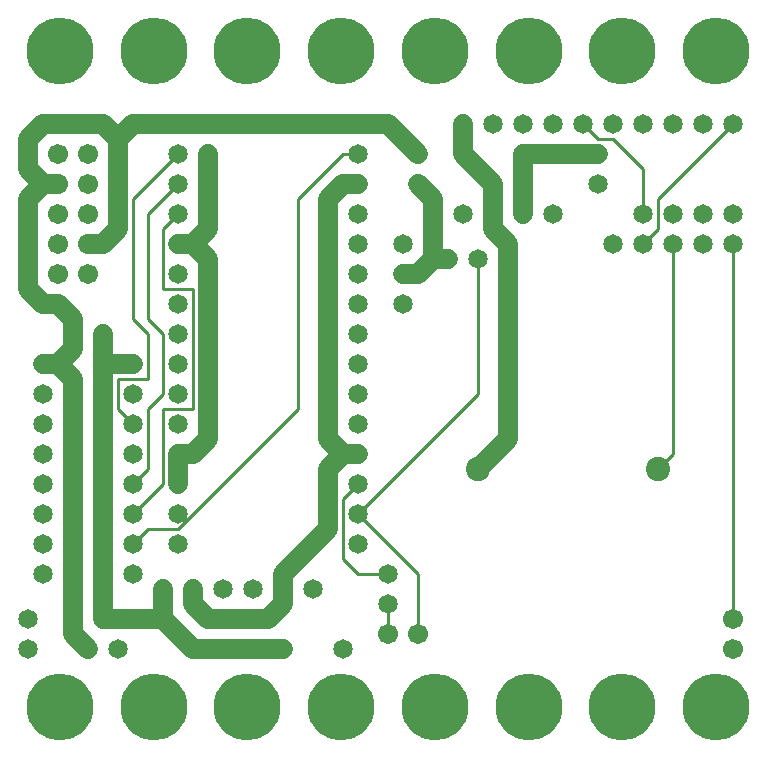
<source format=gtl>
%MOIN*%
%FSLAX25Y25*%
G04 D10 used for Character Trace; *
G04     Circle (OD=.01000) (No hole)*
G04 D11 used for Power Trace; *
G04     Circle (OD=.06500) (No hole)*
G04 D12 used for Signal Trace; *
G04     Circle (OD=.01100) (No hole)*
G04 D13 used for Via; *
G04     Circle (OD=.05800) (Round. Hole ID=.02800)*
G04 D14 used for Component hole; *
G04     Circle (OD=.06500) (Round. Hole ID=.03500)*
G04 D15 used for Component hole; *
G04     Circle (OD=.06700) (Round. Hole ID=.04300)*
G04 D16 used for Component hole; *
G04     Circle (OD=.08100) (Round. Hole ID=.05100)*
G04 D17 used for Component hole; *
G04     Circle (OD=.08900) (Round. Hole ID=.05900)*
G04 D18 used for Component hole; *
G04     Circle (OD=.11300) (Round. Hole ID=.08300)*
G04 D19 used for Component hole; *
G04     Circle (OD=.16000) (Round. Hole ID=.13000)*
G04 D20 used for Component hole; *
G04     Circle (OD=.18300) (Round. Hole ID=.15300)*
G04 D21 used for Component hole; *
G04     Circle (OD=.22291) (Round. Hole ID=.19291)*
%ADD10C,.01000*%
%ADD11C,.06500*%
%ADD12C,.01100*%
%ADD13C,.05800*%
%ADD14C,.06500*%
%ADD15C,.06700*%
%ADD16C,.08100*%
%ADD17C,.08900*%
%ADD18C,.11300*%
%ADD19C,.16000*%
%ADD20C,.18300*%
%ADD21C,.22291*%
%IPPOS*%
%LPD*%
G90*X0Y0D02*D21*X15625Y15625D03*D14*              
X35000Y35000D03*X25000D03*D11*X20000Y40000D01*    
Y125000D01*X15000Y130000D01*X10000D01*D14*D03*D11*
X15000D02*X20000Y135000D01*Y140000D01*D14*D03*D11*
Y145000D01*X15000Y150000D01*X10000D01*            
X5000Y155000D01*Y185000D01*X10000Y190000D01*      
X15000D01*D15*D03*D11*X10000D02*X5000Y195000D01*  
Y205000D01*X10000Y210000D01*X30000D01*            
X35000Y205000D01*Y175000D01*X30000Y170000D01*     
X25000D01*D15*D03*X15000Y180000D03*Y160000D03*    
X25000Y180000D03*X15000Y170000D03*                
X25000Y160000D03*D12*X40000Y145000D02*Y185000D01* 
X45000Y140000D02*X40000Y145000D01*                
X45000Y125000D02*Y140000D01*X35000Y125000D02*     
X45000D01*X35000Y115000D02*Y125000D01*            
X40000Y110000D02*X35000Y115000D01*D14*            
X40000Y110000D03*D12*X45000Y95000D02*Y115000D01*  
X40000Y90000D02*X45000Y95000D01*D14*              
X40000Y90000D03*D12*Y80000D02*X50000Y90000D01*D14*
X40000Y80000D03*D12*Y70000D02*X45000Y75000D01*D14*
X40000Y70000D03*D12*X45000Y75000D02*X55000D01*    
X95000Y115000D01*Y185000D01*X110000Y200000D01*    
X115000D01*D14*D03*D11*X135000D02*                
X125000Y210000D01*D14*X135000Y200000D03*D11*      
X40000Y210000D02*X125000D01*X35000Y205000D02*     
X40000Y210000D01*D15*X25000Y200000D03*Y190000D03* 
D14*X55000D03*D12*X45000Y180000D01*Y145000D01*    
X50000Y140000D01*Y120000D01*X45000Y115000D01*D14* 
X40000Y120000D03*D12*X50000Y90000D02*Y115000D01*  
D14*X55000Y90000D03*D11*Y100000D01*D14*D03*D11*   
X60000D01*X65000Y105000D01*Y165000D01*            
X60000Y170000D01*X55000D01*D14*D03*D12*           
X50000Y155000D02*Y175000D01*Y155000D02*X60000D01* 
Y115000D01*X50000D01*D14*X55000Y110000D03*        
Y120000D03*X40000Y100000D03*X55000Y130000D03*     
X40000D03*D11*X30000D01*Y45000D01*D14*D03*D11*    
X50000D01*X60000Y35000D01*X90000D01*D14*D03*D11*  
X65000Y45000D02*X85000D01*X65000D02*              
X60000Y50000D01*Y55000D01*D14*D03*D11*            
X50000Y45000D02*Y55000D01*D14*D03*X40000Y60000D03*
X55000Y70000D03*X70000Y55000D03*X55000Y80000D03*  
X80000Y55000D03*D11*X85000Y45000D02*              
X90000Y50000D01*Y60000D01*X105000Y75000D01*       
Y95000D01*X110000Y100000D01*X115000D01*D14*D03*   
D11*X110000D02*X105000Y105000D01*Y185000D01*      
X110000Y190000D01*X115000D01*D14*D03*Y180000D03*  
X135000Y190000D03*D11*X140000Y185000D01*          
Y165000D01*X135000Y160000D01*X130000D01*D14*D03*  
Y170000D03*Y150000D03*D11*X140000Y165000D02*      
X145000D01*D14*D03*X155000D03*D12*Y120000D01*     
X115000Y80000D01*D14*D03*D12*X135000Y60000D01*    
Y40000D01*D15*D03*D14*X125000Y50000D03*D12*       
Y40000D01*D15*D03*D14*X110000Y35000D03*           
X125000Y60000D03*D12*X115000D01*X110000Y65000D01* 
Y85000D01*X115000Y90000D01*D14*D03*Y110000D03*    
Y70000D03*Y120000D03*X100000Y55000D03*            
X115000Y130000D03*D16*X155000Y95000D03*D11*       
X165000Y105000D01*Y170000D01*X160000Y175000D01*   
Y180000D01*D14*D03*D11*Y190000D01*                
X150000Y200000D01*Y210000D01*D14*D03*X160000D03*  
D13*X170000Y200000D03*D11*Y180000D01*D14*D03*     
X180000D03*D11*X170000Y200000D02*X195000D01*D14*  
D03*D12*X210000Y195000D02*X200000Y205000D01*      
X210000Y180000D02*Y195000D01*D14*Y180000D03*D12*  
Y170000D02*X215000Y175000D01*D14*                 
X210000Y170000D03*D12*X215000Y175000D02*          
Y185000D01*X240000Y210000D01*D14*D03*X230000D03*  
X220000D03*D21*X234375Y234375D03*D14*             
X220000Y180000D03*X230000D03*X210000Y210000D03*   
X240000Y180000D03*D21*X203125Y234375D03*D14*      
X200000Y170000D03*X220000D03*D12*Y100000D01*      
X215000Y95000D01*D16*D03*D15*X240000Y45000D03*D12*
Y170000D01*D14*D03*X230000D03*X200000Y210000D03*  
D12*X195000Y205000D02*X200000D01*X195000D02*      
X190000Y210000D01*D14*D03*X180000D03*X170000D03*  
X195000Y190000D03*D21*X171875Y234375D03*D14*      
X150000Y180000D03*D21*X140625Y234375D03*D14*      
X115000Y170000D03*Y160000D03*Y150000D03*          
Y140000D03*D21*X109375Y234375D03*X78125D03*D13*   
X65000Y200000D03*D11*Y175000D01*X60000Y170000D01* 
D12*X50000Y175000D02*X55000Y180000D01*D14*D03*D12*
X40000Y185000D02*X55000Y200000D01*D14*D03*D21*    
X46875Y234375D03*X15625D03*D15*X15000Y200000D03*  
D14*X55000Y160000D03*Y150000D03*X30000Y140000D03* 
D11*Y130000D01*D14*X10000Y110000D03*Y120000D03*   
X55000Y140000D03*X10000Y100000D03*Y90000D03*      
Y80000D03*Y70000D03*Y60000D03*X5000Y45000D03*     
Y35000D03*D21*X46875Y15625D03*X78125D03*          
X109375D03*X140625D03*X171875D03*X203125D03*      
X234375D03*D15*X240000Y35000D03*M02*              

</source>
